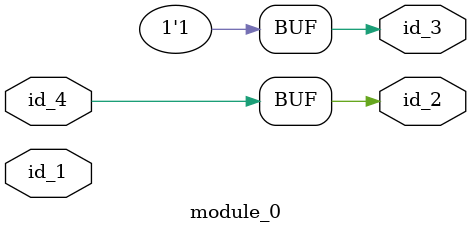
<source format=v>
module module_0 (
    id_1,
    id_2,
    id_3,
    id_4
);
  input id_4;
  output id_3;
  output id_2;
  inout id_1;
  assign id_3 = 1;
  always @(id_4) begin
    id_2 = id_4;
  end
endmodule

</source>
